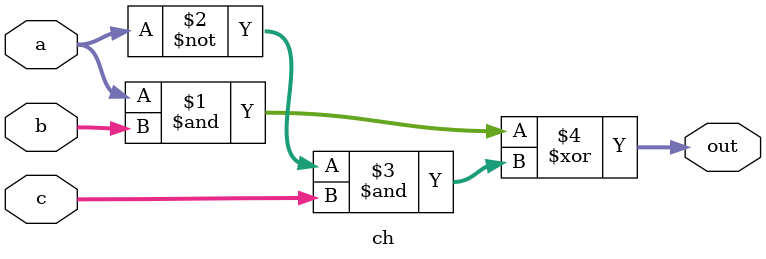
<source format=v>

module ch (
	input [63:0] a,
	input [63:0] b,
	input [63:0] c,
	output [63:0] out
	);

assign out = (a & b) ^ (~a & c);

endmodule



</source>
